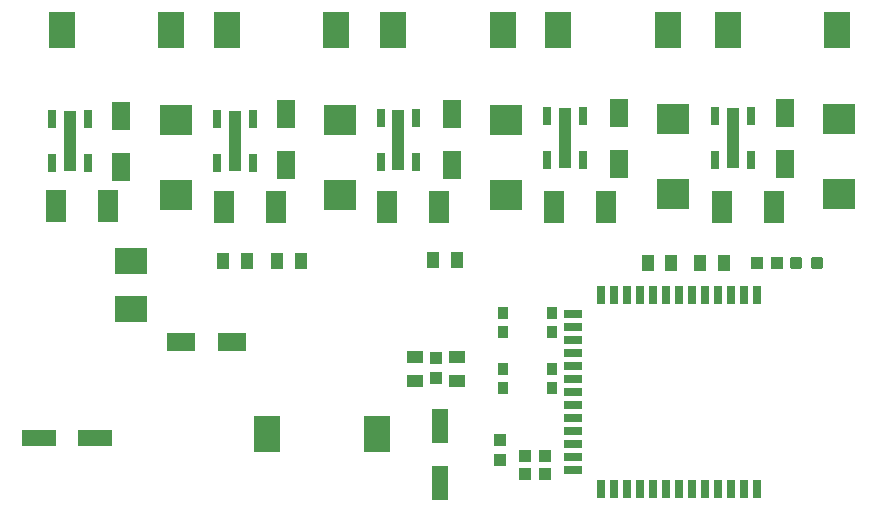
<source format=gbr>
G04 EAGLE Gerber RS-274X export*
G75*
%MOMM*%
%FSLAX34Y34*%
%LPD*%
%INSolderpaste Top*%
%IPPOS*%
%AMOC8*
5,1,8,0,0,1.08239X$1,22.5*%
G01*
%ADD10R,0.700000X1.500000*%
%ADD11R,1.000000X5.200000*%
%ADD12R,2.200000X3.100000*%
%ADD13R,1.550000X2.350000*%
%ADD14R,1.800000X2.700000*%
%ADD15R,2.700000X2.550000*%
%ADD16R,0.650000X1.500000*%
%ADD17R,1.500000X0.650000*%
%ADD18R,1.100000X1.400000*%
%ADD19R,1.100000X1.000000*%
%ADD20R,1.400000X3.000000*%
%ADD21R,2.350000X1.550000*%
%ADD22R,3.000000X1.400000*%
%ADD23R,1.400000X1.100000*%
%ADD24R,1.000000X1.100000*%
%ADD25R,2.794000X2.286000*%
%ADD26C,0.300000*%
%ADD27R,0.900000X1.000000*%


D10*
X64530Y394420D03*
X34530Y394420D03*
X64530Y357420D03*
X34530Y357420D03*
D11*
X49530Y375920D03*
D12*
X42400Y469900D03*
X135400Y469900D03*
D13*
X92710Y354420D03*
X92710Y397420D03*
D14*
X81690Y321310D03*
X37690Y321310D03*
D15*
X139700Y393650D03*
X139700Y330250D03*
D10*
X342660Y395690D03*
X312660Y395690D03*
X342660Y358690D03*
X312660Y358690D03*
D11*
X327660Y377190D03*
D12*
X323070Y469900D03*
X416070Y469900D03*
D13*
X373380Y355690D03*
X373380Y398690D03*
D14*
X362360Y320040D03*
X318360Y320040D03*
D15*
X419100Y393650D03*
X419100Y330250D03*
D10*
X204230Y394420D03*
X174230Y394420D03*
X204230Y357420D03*
X174230Y357420D03*
D11*
X189230Y375920D03*
D12*
X182100Y469900D03*
X275100Y469900D03*
D13*
X232410Y355690D03*
X232410Y398690D03*
D14*
X223930Y320040D03*
X179930Y320040D03*
D15*
X278130Y393650D03*
X278130Y330250D03*
D10*
X483630Y396960D03*
X453630Y396960D03*
X483630Y359960D03*
X453630Y359960D03*
D11*
X468630Y378460D03*
D12*
X462770Y469900D03*
X555770Y469900D03*
D13*
X514350Y356960D03*
X514350Y399960D03*
D14*
X503330Y320040D03*
X459330Y320040D03*
D15*
X560070Y394920D03*
X560070Y331520D03*
D10*
X625870Y396960D03*
X595870Y396960D03*
X625870Y359960D03*
X595870Y359960D03*
D11*
X610870Y378460D03*
D12*
X606280Y469900D03*
X699280Y469900D03*
D13*
X655320Y356960D03*
X655320Y399960D03*
D14*
X645570Y320040D03*
X601570Y320040D03*
D15*
X701040Y394920D03*
X701040Y331520D03*
D16*
X619940Y245590D03*
X608940Y245590D03*
X597940Y245590D03*
X586940Y245590D03*
X575940Y245590D03*
X564940Y245590D03*
X553940Y245590D03*
X542940Y245590D03*
X531940Y245590D03*
X520940Y245590D03*
X509940Y245590D03*
X498940Y245590D03*
D17*
X475440Y229390D03*
X475440Y218390D03*
X475440Y207390D03*
X475440Y196390D03*
X475440Y185390D03*
X475440Y174390D03*
X475440Y163390D03*
D16*
X630940Y245590D03*
X619940Y81690D03*
X608940Y81690D03*
X597940Y81690D03*
X586940Y81690D03*
X575940Y81690D03*
X564940Y81690D03*
X553940Y81690D03*
X542940Y81690D03*
X531940Y81690D03*
X520940Y81690D03*
X509940Y81690D03*
X498940Y81690D03*
X630940Y81690D03*
D17*
X475440Y152390D03*
X475440Y141390D03*
X475440Y130390D03*
X475440Y119390D03*
X475440Y108390D03*
X475440Y97390D03*
D18*
X179230Y274320D03*
X199230Y274320D03*
X357030Y275590D03*
X377030Y275590D03*
X224950Y274320D03*
X244950Y274320D03*
X538640Y273050D03*
X558640Y273050D03*
X603090Y273050D03*
X583090Y273050D03*
D19*
X451730Y109220D03*
X434730Y109220D03*
X451730Y93980D03*
X434730Y93980D03*
D12*
X216390Y128270D03*
X309390Y128270D03*
D20*
X363220Y134490D03*
X363220Y86490D03*
D21*
X186600Y205740D03*
X143600Y205740D03*
D22*
X22990Y124460D03*
X70990Y124460D03*
D23*
X341630Y192880D03*
X341630Y172880D03*
X377190Y172880D03*
X377190Y192880D03*
D24*
X359410Y192650D03*
X359410Y175650D03*
D25*
X101600Y274460D03*
X101600Y233540D03*
D24*
X414020Y122800D03*
X414020Y105800D03*
D26*
X678370Y269550D02*
X678370Y276550D01*
X685370Y276550D01*
X685370Y269550D01*
X678370Y269550D01*
X678370Y272400D02*
X685370Y272400D01*
X685370Y275250D02*
X678370Y275250D01*
X660830Y276550D02*
X660830Y269550D01*
X660830Y276550D02*
X667830Y276550D01*
X667830Y269550D01*
X660830Y269550D01*
X660830Y272400D02*
X667830Y272400D01*
X667830Y275250D02*
X660830Y275250D01*
D19*
X648580Y273050D03*
X631580Y273050D03*
D27*
X457380Y183260D03*
X457380Y167260D03*
X416380Y167260D03*
X416380Y183260D03*
X457380Y230250D03*
X457380Y214250D03*
X416380Y214250D03*
X416380Y230250D03*
M02*

</source>
